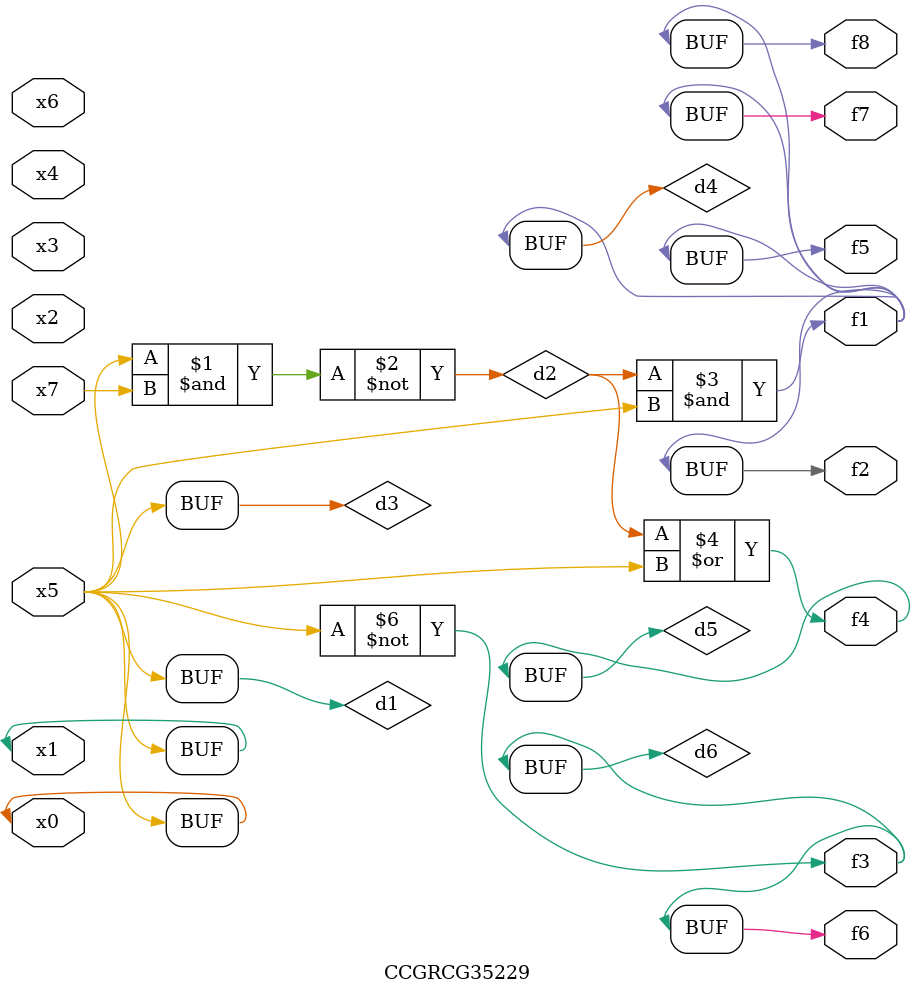
<source format=v>
module CCGRCG35229(
	input x0, x1, x2, x3, x4, x5, x6, x7,
	output f1, f2, f3, f4, f5, f6, f7, f8
);

	wire d1, d2, d3, d4, d5, d6;

	buf (d1, x0, x5);
	nand (d2, x5, x7);
	buf (d3, x0, x1);
	and (d4, d2, d3);
	or (d5, d2, d3);
	nor (d6, d1, d3);
	assign f1 = d4;
	assign f2 = d4;
	assign f3 = d6;
	assign f4 = d5;
	assign f5 = d4;
	assign f6 = d6;
	assign f7 = d4;
	assign f8 = d4;
endmodule

</source>
